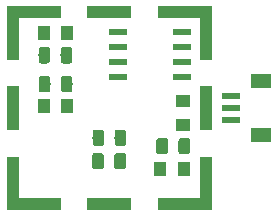
<source format=gbr>
G04 #@! TF.GenerationSoftware,KiCad,Pcbnew,(5.0.0)*
G04 #@! TF.CreationDate,2018-11-17T14:21:24+01:00*
G04 #@! TF.ProjectId,photoDiode_MDversion,70686F746F44696F64655F4D44766572,rev?*
G04 #@! TF.SameCoordinates,Original*
G04 #@! TF.FileFunction,Paste,Bot*
G04 #@! TF.FilePolarity,Positive*
%FSLAX46Y46*%
G04 Gerber Fmt 4.6, Leading zero omitted, Abs format (unit mm)*
G04 Created by KiCad (PCBNEW (5.0.0)) date 11/17/18 14:21:24*
%MOMM*%
%LPD*%
G01*
G04 APERTURE LIST*
%ADD10C,0.100000*%
%ADD11C,0.975000*%
%ADD12R,1.000000X1.250000*%
%ADD13R,1.250000X1.000000*%
%ADD14R,1.550000X0.600000*%
%ADD15R,1.800000X1.200000*%
%ADD16R,1.000000X3.800000*%
%ADD17R,3.800000X1.000000*%
%ADD18C,1.000000*%
G04 APERTURE END LIST*
D10*
G04 #@! TO.C,R3*
G36*
X148301296Y-98791397D02*
X148324957Y-98794907D01*
X148348161Y-98800719D01*
X148370683Y-98808777D01*
X148392307Y-98819005D01*
X148412824Y-98831302D01*
X148432037Y-98845552D01*
X148449761Y-98861616D01*
X148465825Y-98879340D01*
X148480075Y-98898553D01*
X148492372Y-98919070D01*
X148502600Y-98940694D01*
X148510658Y-98963216D01*
X148516470Y-98986420D01*
X148519980Y-99010081D01*
X148521154Y-99033973D01*
X148521154Y-99946473D01*
X148519980Y-99970365D01*
X148516470Y-99994026D01*
X148510658Y-100017230D01*
X148502600Y-100039752D01*
X148492372Y-100061376D01*
X148480075Y-100081893D01*
X148465825Y-100101106D01*
X148449761Y-100118830D01*
X148432037Y-100134894D01*
X148412824Y-100149144D01*
X148392307Y-100161441D01*
X148370683Y-100171669D01*
X148348161Y-100179727D01*
X148324957Y-100185539D01*
X148301296Y-100189049D01*
X148277404Y-100190223D01*
X147789904Y-100190223D01*
X147766012Y-100189049D01*
X147742351Y-100185539D01*
X147719147Y-100179727D01*
X147696625Y-100171669D01*
X147675001Y-100161441D01*
X147654484Y-100149144D01*
X147635271Y-100134894D01*
X147617547Y-100118830D01*
X147601483Y-100101106D01*
X147587233Y-100081893D01*
X147574936Y-100061376D01*
X147564708Y-100039752D01*
X147556650Y-100017230D01*
X147550838Y-99994026D01*
X147547328Y-99970365D01*
X147546154Y-99946473D01*
X147546154Y-99033973D01*
X147547328Y-99010081D01*
X147550838Y-98986420D01*
X147556650Y-98963216D01*
X147564708Y-98940694D01*
X147574936Y-98919070D01*
X147587233Y-98898553D01*
X147601483Y-98879340D01*
X147617547Y-98861616D01*
X147635271Y-98845552D01*
X147654484Y-98831302D01*
X147675001Y-98819005D01*
X147696625Y-98808777D01*
X147719147Y-98800719D01*
X147742351Y-98794907D01*
X147766012Y-98791397D01*
X147789904Y-98790223D01*
X148277404Y-98790223D01*
X148301296Y-98791397D01*
X148301296Y-98791397D01*
G37*
D11*
X148033654Y-99490223D03*
D10*
G36*
X150176296Y-98791397D02*
X150199957Y-98794907D01*
X150223161Y-98800719D01*
X150245683Y-98808777D01*
X150267307Y-98819005D01*
X150287824Y-98831302D01*
X150307037Y-98845552D01*
X150324761Y-98861616D01*
X150340825Y-98879340D01*
X150355075Y-98898553D01*
X150367372Y-98919070D01*
X150377600Y-98940694D01*
X150385658Y-98963216D01*
X150391470Y-98986420D01*
X150394980Y-99010081D01*
X150396154Y-99033973D01*
X150396154Y-99946473D01*
X150394980Y-99970365D01*
X150391470Y-99994026D01*
X150385658Y-100017230D01*
X150377600Y-100039752D01*
X150367372Y-100061376D01*
X150355075Y-100081893D01*
X150340825Y-100101106D01*
X150324761Y-100118830D01*
X150307037Y-100134894D01*
X150287824Y-100149144D01*
X150267307Y-100161441D01*
X150245683Y-100171669D01*
X150223161Y-100179727D01*
X150199957Y-100185539D01*
X150176296Y-100189049D01*
X150152404Y-100190223D01*
X149664904Y-100190223D01*
X149641012Y-100189049D01*
X149617351Y-100185539D01*
X149594147Y-100179727D01*
X149571625Y-100171669D01*
X149550001Y-100161441D01*
X149529484Y-100149144D01*
X149510271Y-100134894D01*
X149492547Y-100118830D01*
X149476483Y-100101106D01*
X149462233Y-100081893D01*
X149449936Y-100061376D01*
X149439708Y-100039752D01*
X149431650Y-100017230D01*
X149425838Y-99994026D01*
X149422328Y-99970365D01*
X149421154Y-99946473D01*
X149421154Y-99033973D01*
X149422328Y-99010081D01*
X149425838Y-98986420D01*
X149431650Y-98963216D01*
X149439708Y-98940694D01*
X149449936Y-98919070D01*
X149462233Y-98898553D01*
X149476483Y-98879340D01*
X149492547Y-98861616D01*
X149510271Y-98845552D01*
X149529484Y-98831302D01*
X149550001Y-98819005D01*
X149571625Y-98808777D01*
X149594147Y-98800719D01*
X149617351Y-98794907D01*
X149641012Y-98791397D01*
X149664904Y-98790223D01*
X150152404Y-98790223D01*
X150176296Y-98791397D01*
X150176296Y-98791397D01*
G37*
D11*
X149908654Y-99490223D03*
G04 #@! TD*
D10*
G04 #@! TO.C,R4*
G36*
X148326296Y-96816397D02*
X148349957Y-96819907D01*
X148373161Y-96825719D01*
X148395683Y-96833777D01*
X148417307Y-96844005D01*
X148437824Y-96856302D01*
X148457037Y-96870552D01*
X148474761Y-96886616D01*
X148490825Y-96904340D01*
X148505075Y-96923553D01*
X148517372Y-96944070D01*
X148527600Y-96965694D01*
X148535658Y-96988216D01*
X148541470Y-97011420D01*
X148544980Y-97035081D01*
X148546154Y-97058973D01*
X148546154Y-97971473D01*
X148544980Y-97995365D01*
X148541470Y-98019026D01*
X148535658Y-98042230D01*
X148527600Y-98064752D01*
X148517372Y-98086376D01*
X148505075Y-98106893D01*
X148490825Y-98126106D01*
X148474761Y-98143830D01*
X148457037Y-98159894D01*
X148437824Y-98174144D01*
X148417307Y-98186441D01*
X148395683Y-98196669D01*
X148373161Y-98204727D01*
X148349957Y-98210539D01*
X148326296Y-98214049D01*
X148302404Y-98215223D01*
X147814904Y-98215223D01*
X147791012Y-98214049D01*
X147767351Y-98210539D01*
X147744147Y-98204727D01*
X147721625Y-98196669D01*
X147700001Y-98186441D01*
X147679484Y-98174144D01*
X147660271Y-98159894D01*
X147642547Y-98143830D01*
X147626483Y-98126106D01*
X147612233Y-98106893D01*
X147599936Y-98086376D01*
X147589708Y-98064752D01*
X147581650Y-98042230D01*
X147575838Y-98019026D01*
X147572328Y-97995365D01*
X147571154Y-97971473D01*
X147571154Y-97058973D01*
X147572328Y-97035081D01*
X147575838Y-97011420D01*
X147581650Y-96988216D01*
X147589708Y-96965694D01*
X147599936Y-96944070D01*
X147612233Y-96923553D01*
X147626483Y-96904340D01*
X147642547Y-96886616D01*
X147660271Y-96870552D01*
X147679484Y-96856302D01*
X147700001Y-96844005D01*
X147721625Y-96833777D01*
X147744147Y-96825719D01*
X147767351Y-96819907D01*
X147791012Y-96816397D01*
X147814904Y-96815223D01*
X148302404Y-96815223D01*
X148326296Y-96816397D01*
X148326296Y-96816397D01*
G37*
D11*
X148058654Y-97515223D03*
D10*
G36*
X150201296Y-96816397D02*
X150224957Y-96819907D01*
X150248161Y-96825719D01*
X150270683Y-96833777D01*
X150292307Y-96844005D01*
X150312824Y-96856302D01*
X150332037Y-96870552D01*
X150349761Y-96886616D01*
X150365825Y-96904340D01*
X150380075Y-96923553D01*
X150392372Y-96944070D01*
X150402600Y-96965694D01*
X150410658Y-96988216D01*
X150416470Y-97011420D01*
X150419980Y-97035081D01*
X150421154Y-97058973D01*
X150421154Y-97971473D01*
X150419980Y-97995365D01*
X150416470Y-98019026D01*
X150410658Y-98042230D01*
X150402600Y-98064752D01*
X150392372Y-98086376D01*
X150380075Y-98106893D01*
X150365825Y-98126106D01*
X150349761Y-98143830D01*
X150332037Y-98159894D01*
X150312824Y-98174144D01*
X150292307Y-98186441D01*
X150270683Y-98196669D01*
X150248161Y-98204727D01*
X150224957Y-98210539D01*
X150201296Y-98214049D01*
X150177404Y-98215223D01*
X149689904Y-98215223D01*
X149666012Y-98214049D01*
X149642351Y-98210539D01*
X149619147Y-98204727D01*
X149596625Y-98196669D01*
X149575001Y-98186441D01*
X149554484Y-98174144D01*
X149535271Y-98159894D01*
X149517547Y-98143830D01*
X149501483Y-98126106D01*
X149487233Y-98106893D01*
X149474936Y-98086376D01*
X149464708Y-98064752D01*
X149456650Y-98042230D01*
X149450838Y-98019026D01*
X149447328Y-97995365D01*
X149446154Y-97971473D01*
X149446154Y-97058973D01*
X149447328Y-97035081D01*
X149450838Y-97011420D01*
X149456650Y-96988216D01*
X149464708Y-96965694D01*
X149474936Y-96944070D01*
X149487233Y-96923553D01*
X149501483Y-96904340D01*
X149517547Y-96886616D01*
X149535271Y-96870552D01*
X149554484Y-96856302D01*
X149575001Y-96844005D01*
X149596625Y-96833777D01*
X149619147Y-96825719D01*
X149642351Y-96819907D01*
X149666012Y-96816397D01*
X149689904Y-96815223D01*
X150177404Y-96815223D01*
X150201296Y-96816397D01*
X150201296Y-96816397D01*
G37*
D11*
X149933654Y-97515223D03*
G04 #@! TD*
D12*
G04 #@! TO.C,C2*
X143425000Y-94800000D03*
X145425000Y-94800000D03*
G04 #@! TD*
D10*
G04 #@! TO.C,R1*
G36*
X145655142Y-92276174D02*
X145678803Y-92279684D01*
X145702007Y-92285496D01*
X145724529Y-92293554D01*
X145746153Y-92303782D01*
X145766670Y-92316079D01*
X145785883Y-92330329D01*
X145803607Y-92346393D01*
X145819671Y-92364117D01*
X145833921Y-92383330D01*
X145846218Y-92403847D01*
X145856446Y-92425471D01*
X145864504Y-92447993D01*
X145870316Y-92471197D01*
X145873826Y-92494858D01*
X145875000Y-92518750D01*
X145875000Y-93431250D01*
X145873826Y-93455142D01*
X145870316Y-93478803D01*
X145864504Y-93502007D01*
X145856446Y-93524529D01*
X145846218Y-93546153D01*
X145833921Y-93566670D01*
X145819671Y-93585883D01*
X145803607Y-93603607D01*
X145785883Y-93619671D01*
X145766670Y-93633921D01*
X145746153Y-93646218D01*
X145724529Y-93656446D01*
X145702007Y-93664504D01*
X145678803Y-93670316D01*
X145655142Y-93673826D01*
X145631250Y-93675000D01*
X145143750Y-93675000D01*
X145119858Y-93673826D01*
X145096197Y-93670316D01*
X145072993Y-93664504D01*
X145050471Y-93656446D01*
X145028847Y-93646218D01*
X145008330Y-93633921D01*
X144989117Y-93619671D01*
X144971393Y-93603607D01*
X144955329Y-93585883D01*
X144941079Y-93566670D01*
X144928782Y-93546153D01*
X144918554Y-93524529D01*
X144910496Y-93502007D01*
X144904684Y-93478803D01*
X144901174Y-93455142D01*
X144900000Y-93431250D01*
X144900000Y-92518750D01*
X144901174Y-92494858D01*
X144904684Y-92471197D01*
X144910496Y-92447993D01*
X144918554Y-92425471D01*
X144928782Y-92403847D01*
X144941079Y-92383330D01*
X144955329Y-92364117D01*
X144971393Y-92346393D01*
X144989117Y-92330329D01*
X145008330Y-92316079D01*
X145028847Y-92303782D01*
X145050471Y-92293554D01*
X145072993Y-92285496D01*
X145096197Y-92279684D01*
X145119858Y-92276174D01*
X145143750Y-92275000D01*
X145631250Y-92275000D01*
X145655142Y-92276174D01*
X145655142Y-92276174D01*
G37*
D11*
X145387500Y-92975000D03*
D10*
G36*
X143780142Y-92276174D02*
X143803803Y-92279684D01*
X143827007Y-92285496D01*
X143849529Y-92293554D01*
X143871153Y-92303782D01*
X143891670Y-92316079D01*
X143910883Y-92330329D01*
X143928607Y-92346393D01*
X143944671Y-92364117D01*
X143958921Y-92383330D01*
X143971218Y-92403847D01*
X143981446Y-92425471D01*
X143989504Y-92447993D01*
X143995316Y-92471197D01*
X143998826Y-92494858D01*
X144000000Y-92518750D01*
X144000000Y-93431250D01*
X143998826Y-93455142D01*
X143995316Y-93478803D01*
X143989504Y-93502007D01*
X143981446Y-93524529D01*
X143971218Y-93546153D01*
X143958921Y-93566670D01*
X143944671Y-93585883D01*
X143928607Y-93603607D01*
X143910883Y-93619671D01*
X143891670Y-93633921D01*
X143871153Y-93646218D01*
X143849529Y-93656446D01*
X143827007Y-93664504D01*
X143803803Y-93670316D01*
X143780142Y-93673826D01*
X143756250Y-93675000D01*
X143268750Y-93675000D01*
X143244858Y-93673826D01*
X143221197Y-93670316D01*
X143197993Y-93664504D01*
X143175471Y-93656446D01*
X143153847Y-93646218D01*
X143133330Y-93633921D01*
X143114117Y-93619671D01*
X143096393Y-93603607D01*
X143080329Y-93585883D01*
X143066079Y-93566670D01*
X143053782Y-93546153D01*
X143043554Y-93524529D01*
X143035496Y-93502007D01*
X143029684Y-93478803D01*
X143026174Y-93455142D01*
X143025000Y-93431250D01*
X143025000Y-92518750D01*
X143026174Y-92494858D01*
X143029684Y-92471197D01*
X143035496Y-92447993D01*
X143043554Y-92425471D01*
X143053782Y-92403847D01*
X143066079Y-92383330D01*
X143080329Y-92364117D01*
X143096393Y-92346393D01*
X143114117Y-92330329D01*
X143133330Y-92316079D01*
X143153847Y-92303782D01*
X143175471Y-92293554D01*
X143197993Y-92285496D01*
X143221197Y-92279684D01*
X143244858Y-92276174D01*
X143268750Y-92275000D01*
X143756250Y-92275000D01*
X143780142Y-92276174D01*
X143780142Y-92276174D01*
G37*
D11*
X143512500Y-92975000D03*
G04 #@! TD*
D10*
G04 #@! TO.C,R2*
G36*
X145630142Y-89826174D02*
X145653803Y-89829684D01*
X145677007Y-89835496D01*
X145699529Y-89843554D01*
X145721153Y-89853782D01*
X145741670Y-89866079D01*
X145760883Y-89880329D01*
X145778607Y-89896393D01*
X145794671Y-89914117D01*
X145808921Y-89933330D01*
X145821218Y-89953847D01*
X145831446Y-89975471D01*
X145839504Y-89997993D01*
X145845316Y-90021197D01*
X145848826Y-90044858D01*
X145850000Y-90068750D01*
X145850000Y-90981250D01*
X145848826Y-91005142D01*
X145845316Y-91028803D01*
X145839504Y-91052007D01*
X145831446Y-91074529D01*
X145821218Y-91096153D01*
X145808921Y-91116670D01*
X145794671Y-91135883D01*
X145778607Y-91153607D01*
X145760883Y-91169671D01*
X145741670Y-91183921D01*
X145721153Y-91196218D01*
X145699529Y-91206446D01*
X145677007Y-91214504D01*
X145653803Y-91220316D01*
X145630142Y-91223826D01*
X145606250Y-91225000D01*
X145118750Y-91225000D01*
X145094858Y-91223826D01*
X145071197Y-91220316D01*
X145047993Y-91214504D01*
X145025471Y-91206446D01*
X145003847Y-91196218D01*
X144983330Y-91183921D01*
X144964117Y-91169671D01*
X144946393Y-91153607D01*
X144930329Y-91135883D01*
X144916079Y-91116670D01*
X144903782Y-91096153D01*
X144893554Y-91074529D01*
X144885496Y-91052007D01*
X144879684Y-91028803D01*
X144876174Y-91005142D01*
X144875000Y-90981250D01*
X144875000Y-90068750D01*
X144876174Y-90044858D01*
X144879684Y-90021197D01*
X144885496Y-89997993D01*
X144893554Y-89975471D01*
X144903782Y-89953847D01*
X144916079Y-89933330D01*
X144930329Y-89914117D01*
X144946393Y-89896393D01*
X144964117Y-89880329D01*
X144983330Y-89866079D01*
X145003847Y-89853782D01*
X145025471Y-89843554D01*
X145047993Y-89835496D01*
X145071197Y-89829684D01*
X145094858Y-89826174D01*
X145118750Y-89825000D01*
X145606250Y-89825000D01*
X145630142Y-89826174D01*
X145630142Y-89826174D01*
G37*
D11*
X145362500Y-90525000D03*
D10*
G36*
X143755142Y-89826174D02*
X143778803Y-89829684D01*
X143802007Y-89835496D01*
X143824529Y-89843554D01*
X143846153Y-89853782D01*
X143866670Y-89866079D01*
X143885883Y-89880329D01*
X143903607Y-89896393D01*
X143919671Y-89914117D01*
X143933921Y-89933330D01*
X143946218Y-89953847D01*
X143956446Y-89975471D01*
X143964504Y-89997993D01*
X143970316Y-90021197D01*
X143973826Y-90044858D01*
X143975000Y-90068750D01*
X143975000Y-90981250D01*
X143973826Y-91005142D01*
X143970316Y-91028803D01*
X143964504Y-91052007D01*
X143956446Y-91074529D01*
X143946218Y-91096153D01*
X143933921Y-91116670D01*
X143919671Y-91135883D01*
X143903607Y-91153607D01*
X143885883Y-91169671D01*
X143866670Y-91183921D01*
X143846153Y-91196218D01*
X143824529Y-91206446D01*
X143802007Y-91214504D01*
X143778803Y-91220316D01*
X143755142Y-91223826D01*
X143731250Y-91225000D01*
X143243750Y-91225000D01*
X143219858Y-91223826D01*
X143196197Y-91220316D01*
X143172993Y-91214504D01*
X143150471Y-91206446D01*
X143128847Y-91196218D01*
X143108330Y-91183921D01*
X143089117Y-91169671D01*
X143071393Y-91153607D01*
X143055329Y-91135883D01*
X143041079Y-91116670D01*
X143028782Y-91096153D01*
X143018554Y-91074529D01*
X143010496Y-91052007D01*
X143004684Y-91028803D01*
X143001174Y-91005142D01*
X143000000Y-90981250D01*
X143000000Y-90068750D01*
X143001174Y-90044858D01*
X143004684Y-90021197D01*
X143010496Y-89997993D01*
X143018554Y-89975471D01*
X143028782Y-89953847D01*
X143041079Y-89933330D01*
X143055329Y-89914117D01*
X143071393Y-89896393D01*
X143089117Y-89880329D01*
X143108330Y-89866079D01*
X143128847Y-89853782D01*
X143150471Y-89843554D01*
X143172993Y-89835496D01*
X143196197Y-89829684D01*
X143219858Y-89826174D01*
X143243750Y-89825000D01*
X143731250Y-89825000D01*
X143755142Y-89826174D01*
X143755142Y-89826174D01*
G37*
D11*
X143487500Y-90525000D03*
G04 #@! TD*
D13*
G04 #@! TO.C,C1*
X155225000Y-96400000D03*
X155225000Y-94400000D03*
G04 #@! TD*
D14*
G04 #@! TO.C,J1*
X159300000Y-96000000D03*
X159300000Y-95000000D03*
X159300000Y-94000000D03*
D15*
X161825000Y-97300000D03*
X161825000Y-92700000D03*
G04 #@! TD*
D12*
G04 #@! TO.C,C3*
X155300000Y-100150000D03*
X153300000Y-100150000D03*
G04 #@! TD*
G04 #@! TO.C,C4*
X143425000Y-88625000D03*
X145425000Y-88625000D03*
G04 #@! TD*
D10*
G04 #@! TO.C,L1*
G36*
X155605142Y-97526174D02*
X155628803Y-97529684D01*
X155652007Y-97535496D01*
X155674529Y-97543554D01*
X155696153Y-97553782D01*
X155716670Y-97566079D01*
X155735883Y-97580329D01*
X155753607Y-97596393D01*
X155769671Y-97614117D01*
X155783921Y-97633330D01*
X155796218Y-97653847D01*
X155806446Y-97675471D01*
X155814504Y-97697993D01*
X155820316Y-97721197D01*
X155823826Y-97744858D01*
X155825000Y-97768750D01*
X155825000Y-98681250D01*
X155823826Y-98705142D01*
X155820316Y-98728803D01*
X155814504Y-98752007D01*
X155806446Y-98774529D01*
X155796218Y-98796153D01*
X155783921Y-98816670D01*
X155769671Y-98835883D01*
X155753607Y-98853607D01*
X155735883Y-98869671D01*
X155716670Y-98883921D01*
X155696153Y-98896218D01*
X155674529Y-98906446D01*
X155652007Y-98914504D01*
X155628803Y-98920316D01*
X155605142Y-98923826D01*
X155581250Y-98925000D01*
X155093750Y-98925000D01*
X155069858Y-98923826D01*
X155046197Y-98920316D01*
X155022993Y-98914504D01*
X155000471Y-98906446D01*
X154978847Y-98896218D01*
X154958330Y-98883921D01*
X154939117Y-98869671D01*
X154921393Y-98853607D01*
X154905329Y-98835883D01*
X154891079Y-98816670D01*
X154878782Y-98796153D01*
X154868554Y-98774529D01*
X154860496Y-98752007D01*
X154854684Y-98728803D01*
X154851174Y-98705142D01*
X154850000Y-98681250D01*
X154850000Y-97768750D01*
X154851174Y-97744858D01*
X154854684Y-97721197D01*
X154860496Y-97697993D01*
X154868554Y-97675471D01*
X154878782Y-97653847D01*
X154891079Y-97633330D01*
X154905329Y-97614117D01*
X154921393Y-97596393D01*
X154939117Y-97580329D01*
X154958330Y-97566079D01*
X154978847Y-97553782D01*
X155000471Y-97543554D01*
X155022993Y-97535496D01*
X155046197Y-97529684D01*
X155069858Y-97526174D01*
X155093750Y-97525000D01*
X155581250Y-97525000D01*
X155605142Y-97526174D01*
X155605142Y-97526174D01*
G37*
D11*
X155337500Y-98225000D03*
D10*
G36*
X153730142Y-97526174D02*
X153753803Y-97529684D01*
X153777007Y-97535496D01*
X153799529Y-97543554D01*
X153821153Y-97553782D01*
X153841670Y-97566079D01*
X153860883Y-97580329D01*
X153878607Y-97596393D01*
X153894671Y-97614117D01*
X153908921Y-97633330D01*
X153921218Y-97653847D01*
X153931446Y-97675471D01*
X153939504Y-97697993D01*
X153945316Y-97721197D01*
X153948826Y-97744858D01*
X153950000Y-97768750D01*
X153950000Y-98681250D01*
X153948826Y-98705142D01*
X153945316Y-98728803D01*
X153939504Y-98752007D01*
X153931446Y-98774529D01*
X153921218Y-98796153D01*
X153908921Y-98816670D01*
X153894671Y-98835883D01*
X153878607Y-98853607D01*
X153860883Y-98869671D01*
X153841670Y-98883921D01*
X153821153Y-98896218D01*
X153799529Y-98906446D01*
X153777007Y-98914504D01*
X153753803Y-98920316D01*
X153730142Y-98923826D01*
X153706250Y-98925000D01*
X153218750Y-98925000D01*
X153194858Y-98923826D01*
X153171197Y-98920316D01*
X153147993Y-98914504D01*
X153125471Y-98906446D01*
X153103847Y-98896218D01*
X153083330Y-98883921D01*
X153064117Y-98869671D01*
X153046393Y-98853607D01*
X153030329Y-98835883D01*
X153016079Y-98816670D01*
X153003782Y-98796153D01*
X152993554Y-98774529D01*
X152985496Y-98752007D01*
X152979684Y-98728803D01*
X152976174Y-98705142D01*
X152975000Y-98681250D01*
X152975000Y-97768750D01*
X152976174Y-97744858D01*
X152979684Y-97721197D01*
X152985496Y-97697993D01*
X152993554Y-97675471D01*
X153003782Y-97653847D01*
X153016079Y-97633330D01*
X153030329Y-97614117D01*
X153046393Y-97596393D01*
X153064117Y-97580329D01*
X153083330Y-97566079D01*
X153103847Y-97553782D01*
X153125471Y-97543554D01*
X153147993Y-97535496D01*
X153171197Y-97529684D01*
X153194858Y-97526174D01*
X153218750Y-97525000D01*
X153706250Y-97525000D01*
X153730142Y-97526174D01*
X153730142Y-97526174D01*
G37*
D11*
X153462500Y-98225000D03*
G04 #@! TD*
D14*
G04 #@! TO.C,U1*
X149750000Y-92355000D03*
X149750000Y-91085000D03*
X149750000Y-89815000D03*
X149750000Y-88545000D03*
X155150000Y-88545000D03*
X155150000Y-89815000D03*
X155150000Y-91085000D03*
X155150000Y-92355000D03*
G04 #@! TD*
D16*
G04 #@! TO.C,U2*
X157150000Y-95000000D03*
X140850000Y-95000000D03*
D17*
X149000000Y-103150000D03*
X149000000Y-86850000D03*
D18*
X155375000Y-103150000D03*
D10*
G36*
X157650000Y-103650000D02*
X153100000Y-103650000D01*
X153100000Y-102650000D01*
X157650000Y-102650000D01*
X157650000Y-103650000D01*
X157650000Y-103650000D01*
G37*
D18*
X157150000Y-101375000D03*
D10*
G36*
X156650000Y-103650000D02*
X156650000Y-99100000D01*
X157650000Y-99100000D01*
X157650000Y-103650000D01*
X156650000Y-103650000D01*
X156650000Y-103650000D01*
G37*
D18*
X142625000Y-103150000D03*
D10*
G36*
X144900000Y-103650000D02*
X140350000Y-103650000D01*
X140350000Y-102650000D01*
X144900000Y-102650000D01*
X144900000Y-103650000D01*
X144900000Y-103650000D01*
G37*
D18*
X140850000Y-101375000D03*
D10*
G36*
X140350000Y-103650000D02*
X140350000Y-99100000D01*
X141350000Y-99100000D01*
X141350000Y-103650000D01*
X140350000Y-103650000D01*
X140350000Y-103650000D01*
G37*
D18*
X140850000Y-88625000D03*
D10*
G36*
X140350000Y-90900000D02*
X140350000Y-86350000D01*
X141350000Y-86350000D01*
X141350000Y-90900000D01*
X140350000Y-90900000D01*
X140350000Y-90900000D01*
G37*
D18*
X142625000Y-86850000D03*
D10*
G36*
X144900000Y-87350000D02*
X140350000Y-87350000D01*
X140350000Y-86350000D01*
X144900000Y-86350000D01*
X144900000Y-87350000D01*
X144900000Y-87350000D01*
G37*
D18*
X155375000Y-86850000D03*
D10*
G36*
X157650000Y-87350000D02*
X153100000Y-87350000D01*
X153100000Y-86350000D01*
X157650000Y-86350000D01*
X157650000Y-87350000D01*
X157650000Y-87350000D01*
G37*
D18*
X157150000Y-88625000D03*
D10*
G36*
X156650000Y-90900000D02*
X156650000Y-86350000D01*
X157650000Y-86350000D01*
X157650000Y-90900000D01*
X156650000Y-90900000D01*
X156650000Y-90900000D01*
G37*
G04 #@! TD*
M02*

</source>
